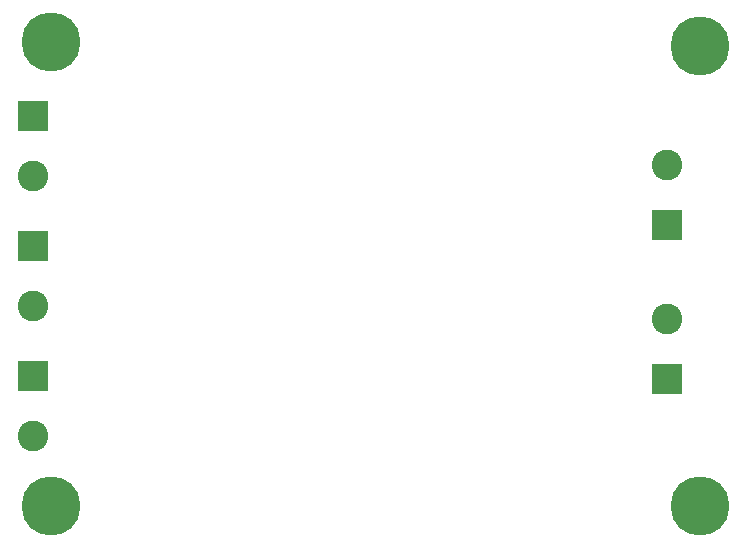
<source format=gbr>
%TF.GenerationSoftware,KiCad,Pcbnew,(5.1.9)-1*%
%TF.CreationDate,2021-03-05T12:04:41-05:00*%
%TF.ProjectId,driver_board,64726976-6572-45f6-926f-6172642e6b69,rev?*%
%TF.SameCoordinates,Original*%
%TF.FileFunction,Soldermask,Bot*%
%TF.FilePolarity,Negative*%
%FSLAX46Y46*%
G04 Gerber Fmt 4.6, Leading zero omitted, Abs format (unit mm)*
G04 Created by KiCad (PCBNEW (5.1.9)-1) date 2021-03-05 12:04:41*
%MOMM*%
%LPD*%
G01*
G04 APERTURE LIST*
%ADD10C,0.800000*%
%ADD11C,5.000000*%
%ADD12C,2.600000*%
%ADD13R,2.600000X2.600000*%
G04 APERTURE END LIST*
D10*
%TO.C,REF\u002A\u002A*%
X122930825Y-116859175D03*
X121605000Y-116310000D03*
X120279175Y-116859175D03*
X119730000Y-118185000D03*
X120279175Y-119510825D03*
X121605000Y-120060000D03*
X122930825Y-119510825D03*
X123480000Y-118185000D03*
D11*
X121605000Y-118185000D03*
%TD*%
D10*
%TO.C,REF\u002A\u002A*%
X122930825Y-155859175D03*
X121605000Y-155310000D03*
X120279175Y-155859175D03*
X119730000Y-157185000D03*
X120279175Y-158510825D03*
X121605000Y-159060000D03*
X122930825Y-158510825D03*
X123480000Y-157185000D03*
D11*
X121605000Y-157185000D03*
%TD*%
%TO.C,REF\u002A\u002A*%
X66605000Y-157185000D03*
D10*
X68480000Y-157185000D03*
X67930825Y-158510825D03*
X66605000Y-159060000D03*
X65279175Y-158510825D03*
X64730000Y-157185000D03*
X65279175Y-155859175D03*
X66605000Y-155310000D03*
X67930825Y-155859175D03*
%TD*%
%TO.C,REF\u002A\u002A*%
X67930825Y-116550550D03*
X66605000Y-116001375D03*
X65279175Y-116550550D03*
X64730000Y-117876375D03*
X65279175Y-119202200D03*
X66605000Y-119751375D03*
X67930825Y-119202200D03*
X68480000Y-117876375D03*
D11*
X66605000Y-117876375D03*
%TD*%
D12*
%TO.C,J5*%
X65105000Y-151265000D03*
D13*
X65105000Y-146185000D03*
%TD*%
D12*
%TO.C,J4*%
X65105000Y-140185000D03*
D13*
X65105000Y-135105000D03*
%TD*%
D12*
%TO.C,J3*%
X65105000Y-129185000D03*
D13*
X65105000Y-124105000D03*
%TD*%
D12*
%TO.C,J2*%
X118745000Y-128270000D03*
D13*
X118745000Y-133350000D03*
%TD*%
D12*
%TO.C,J1*%
X118745000Y-141351000D03*
D13*
X118745000Y-146431000D03*
%TD*%
M02*

</source>
